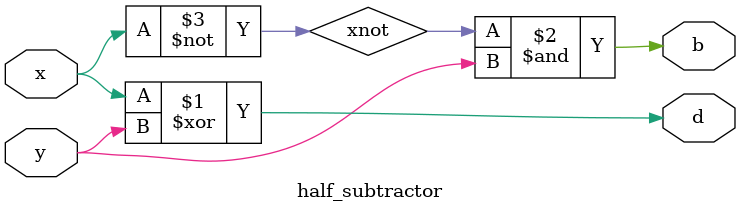
<source format=v>
`timescale 1ns / 1ps
module binary_subtractor_32_bit_using_subtractors(output b32, output [31:0]d, input [31:0]x,y, input b0);

wire	[31:1]b;

full_subtractor	f0(b[1],d[0],x[0],y[0],b0);
full_subtractor	f1(b[2],d[1],x[1],y[1],b[1]);
full_subtractor	f2(b[3],d[2],x[2],y[2],b[2]);
full_subtractor	f3(b[4],d[3],x[3],y[3],b[3]);
full_subtractor	f4(b[5],d[4],x[4],y[4],b[4]);
full_subtractor	f5(b[6],d[5],x[5],y[5],b[5]);
full_subtractor	f6(b[7],d[6],x[6],y[6],b[6]);
full_subtractor	f7(b[8],d[7],x[7],y[7],b[7]);
full_subtractor	f8(b[9],d[8],x[8],y[8],b[8]);
full_subtractor	f9(b[10],d[9],x[9],y[9],b[9]);
full_subtractor	f10(b[11],d[10],x[10],y[10],b[10]);
full_subtractor	f11(b[12],d[11],x[11],y[11],b[11]);
full_subtractor	f12(b[13],d[12],x[12],y[12],b[12]);
full_subtractor	f13(b[14],d[13],x[13],y[13],b[13]);
full_subtractor	f14(b[15],d[14],x[14],y[14],b[14]);
full_subtractor	f15(b[16],d[15],x[15],y[15],b[15]);
full_subtractor	f16(b[17],d[16],x[16],y[16],b[16]);
full_subtractor	f17(b[18],d[17],x[17],y[17],b[17]);
full_subtractor	f18(b[19],d[18],x[18],y[18],b[18]);
full_subtractor	f19(b[20],d[19],x[19],y[19],b[19]);
full_subtractor	f20(b[21],d[20],x[20],y[20],b[20]);
full_subtractor	f21(b[22],d[21],x[21],y[21],b[21]);
full_subtractor	f22(b[23],d[22],x[22],y[22],b[22]);
full_subtractor	f23(b[24],d[23],x[23],y[23],b[23]);
full_subtractor	f24(b[25],d[24],x[24],y[24],b[24]);
full_subtractor	f25(b[26],d[25],x[25],y[25],b[25]);
full_subtractor	f26(b[27],d[26],x[26],y[26],b[26]);
full_subtractor	f27(b[28],d[27],x[27],y[27],b[27]);
full_subtractor	f28(b[29],d[28],x[28],y[28],b[28]);
full_subtractor	f29(b[30],d[29],x[29],y[29],b[29]);
full_subtractor	f30(b[31],d[30],x[30],y[30],b[30]);
full_subtractor	f31(b32,d[31],x[31],y[31],b[31]);

endmodule

module full_subtractor (output b,d, input x,y,z);

wire	d0,b0,b1;

half_subtractor	h0(b0,d0,x,y);
half_subtractor	h1(b1,d,d0,z);
or						o0(b,b0,b1);

endmodule

module half_subtractor (output b,d, input x,y);

wire	xnot;

xor	x0(d,x,y);
not	n0(xnot,x);
and	a0(b,xnot,y);

endmodule

</source>
